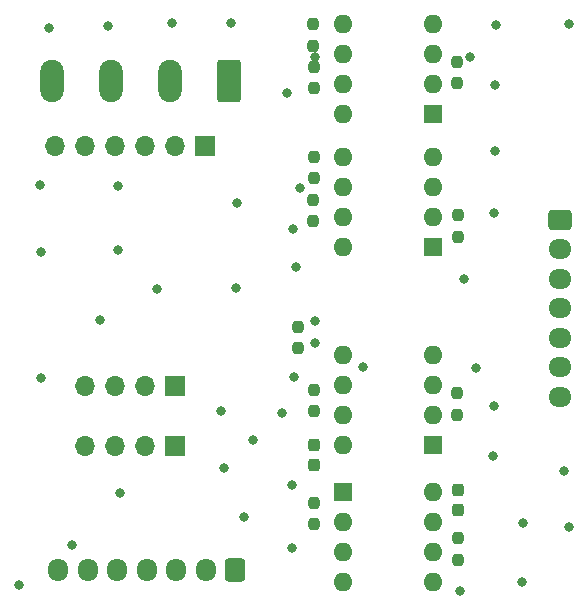
<source format=gbr>
%TF.GenerationSoftware,KiCad,Pcbnew,8.0.3*%
%TF.CreationDate,2024-06-13T16:05:25+05:30*%
%TF.ProjectId,OptoIsolation,4f70746f-4973-46f6-9c61-74696f6e2e6b,rev?*%
%TF.SameCoordinates,Original*%
%TF.FileFunction,Soldermask,Bot*%
%TF.FilePolarity,Negative*%
%FSLAX46Y46*%
G04 Gerber Fmt 4.6, Leading zero omitted, Abs format (unit mm)*
G04 Created by KiCad (PCBNEW 8.0.3) date 2024-06-13 16:05:25*
%MOMM*%
%LPD*%
G01*
G04 APERTURE LIST*
G04 Aperture macros list*
%AMRoundRect*
0 Rectangle with rounded corners*
0 $1 Rounding radius*
0 $2 $3 $4 $5 $6 $7 $8 $9 X,Y pos of 4 corners*
0 Add a 4 corners polygon primitive as box body*
4,1,4,$2,$3,$4,$5,$6,$7,$8,$9,$2,$3,0*
0 Add four circle primitives for the rounded corners*
1,1,$1+$1,$2,$3*
1,1,$1+$1,$4,$5*
1,1,$1+$1,$6,$7*
1,1,$1+$1,$8,$9*
0 Add four rect primitives between the rounded corners*
20,1,$1+$1,$2,$3,$4,$5,0*
20,1,$1+$1,$4,$5,$6,$7,0*
20,1,$1+$1,$6,$7,$8,$9,0*
20,1,$1+$1,$8,$9,$2,$3,0*%
G04 Aperture macros list end*
%ADD10R,1.600000X1.600000*%
%ADD11O,1.600000X1.600000*%
%ADD12RoundRect,0.250000X-0.725000X0.600000X-0.725000X-0.600000X0.725000X-0.600000X0.725000X0.600000X0*%
%ADD13O,1.950000X1.700000*%
%ADD14R,1.700000X1.700000*%
%ADD15O,1.700000X1.700000*%
%ADD16RoundRect,0.250000X0.750000X1.550000X-0.750000X1.550000X-0.750000X-1.550000X0.750000X-1.550000X0*%
%ADD17O,2.000000X3.600000*%
%ADD18RoundRect,0.250000X0.600000X0.725000X-0.600000X0.725000X-0.600000X-0.725000X0.600000X-0.725000X0*%
%ADD19O,1.700000X1.950000*%
%ADD20RoundRect,0.237500X-0.237500X0.250000X-0.237500X-0.250000X0.237500X-0.250000X0.237500X0.250000X0*%
%ADD21RoundRect,0.237500X0.237500X-0.250000X0.237500X0.250000X-0.237500X0.250000X-0.237500X-0.250000X0*%
%ADD22RoundRect,0.237500X0.237500X-0.300000X0.237500X0.300000X-0.237500X0.300000X-0.237500X-0.300000X0*%
%ADD23RoundRect,0.237500X-0.237500X0.300000X-0.237500X-0.300000X0.237500X-0.300000X0.237500X0.300000X0*%
%ADD24C,0.800000*%
G04 APERTURE END LIST*
D10*
%TO.C,U6*%
X197470000Y-80325000D03*
D11*
X197470000Y-77785000D03*
X197470000Y-75245000D03*
X197470000Y-72705000D03*
X189850000Y-72705000D03*
X189850000Y-75245000D03*
X189850000Y-77785000D03*
X189850000Y-80325000D03*
%TD*%
D12*
%TO.C,J2*%
X208225000Y-78000000D03*
D13*
X208225000Y-80500000D03*
X208225000Y-83000000D03*
X208225000Y-85500000D03*
X208225000Y-88000000D03*
X208225000Y-90500000D03*
X208225000Y-93000000D03*
%TD*%
D14*
%TO.C,U7*%
X178130000Y-71805000D03*
D15*
X175590000Y-71805000D03*
X173050000Y-71805000D03*
X170510000Y-71805000D03*
X167970000Y-71805000D03*
X165430000Y-71805000D03*
X167970000Y-92125000D03*
X170510000Y-92125000D03*
X173050000Y-92125000D03*
D14*
X175590000Y-92125000D03*
%TD*%
D16*
%TO.C,J3*%
X180165000Y-66282500D03*
D17*
X175165000Y-66282500D03*
X170165000Y-66282500D03*
X165165000Y-66282500D03*
%TD*%
D10*
%TO.C,U4*%
X197470000Y-69050000D03*
D11*
X197470000Y-66510000D03*
X197470000Y-63970000D03*
X197470000Y-61430000D03*
X189850000Y-61430000D03*
X189850000Y-63970000D03*
X189850000Y-66510000D03*
X189850000Y-69050000D03*
%TD*%
D10*
%TO.C,U8*%
X197470000Y-97124200D03*
D11*
X197470000Y-94584200D03*
X197470000Y-92044200D03*
X197470000Y-89504200D03*
X189850000Y-89504200D03*
X189850000Y-92044200D03*
X189850000Y-94584200D03*
X189850000Y-97124200D03*
%TD*%
D18*
%TO.C,J1*%
X180700000Y-107700000D03*
D19*
X178200000Y-107700000D03*
X175700000Y-107700000D03*
X173200000Y-107700000D03*
X170700000Y-107700000D03*
X168200000Y-107700000D03*
X165700000Y-107700000D03*
%TD*%
D14*
%TO.C,J4*%
X175585000Y-97205000D03*
D15*
X173045000Y-97205000D03*
X170505000Y-97205000D03*
X167965000Y-97205000D03*
%TD*%
D10*
%TO.C,U9*%
X189870000Y-101106600D03*
D11*
X189870000Y-103646600D03*
X189870000Y-106186600D03*
X189870000Y-108726600D03*
X197490000Y-108726600D03*
X197490000Y-106186600D03*
X197490000Y-103646600D03*
X197490000Y-101106600D03*
%TD*%
D20*
%TO.C,R19*%
X187400000Y-101978500D03*
X187400000Y-103803500D03*
%TD*%
%TO.C,R6*%
X199525000Y-64650000D03*
X199525000Y-66475000D03*
%TD*%
%TO.C,R11*%
X187400000Y-65045100D03*
X187400000Y-66870100D03*
%TD*%
D21*
%TO.C,R9*%
X187310400Y-63302000D03*
X187310400Y-61477000D03*
%TD*%
D22*
%TO.C,C11*%
X199550000Y-102620600D03*
X199550000Y-100895600D03*
%TD*%
D20*
%TO.C,R7*%
X186025000Y-87087500D03*
X186025000Y-88912500D03*
%TD*%
D21*
%TO.C,R18*%
X187400000Y-94233100D03*
X187400000Y-92408100D03*
%TD*%
%TO.C,R12*%
X199550000Y-79436000D03*
X199550000Y-77611000D03*
%TD*%
D23*
%TO.C,C10*%
X187400000Y-97067400D03*
X187400000Y-98792400D03*
%TD*%
D20*
%TO.C,R17*%
X199475000Y-92700000D03*
X199475000Y-94525000D03*
%TD*%
D21*
%TO.C,R14*%
X187400000Y-74500000D03*
X187400000Y-72675000D03*
%TD*%
D20*
%TO.C,R16*%
X187300000Y-76312500D03*
X187300000Y-78137500D03*
%TD*%
%TO.C,R20*%
X199550000Y-104986600D03*
X199550000Y-106811600D03*
%TD*%
D24*
X187498300Y-88412500D03*
X191521400Y-90475000D03*
X164300000Y-91425000D03*
X162375000Y-108950000D03*
X185875000Y-81975000D03*
X164175000Y-75050000D03*
X184675000Y-94400000D03*
X175325000Y-61350000D03*
X179750000Y-99025000D03*
X185525000Y-100450000D03*
X180775000Y-83825000D03*
X180325000Y-61350000D03*
X170775000Y-80600000D03*
X185100000Y-67250000D03*
X181475000Y-103175000D03*
X166850000Y-105575000D03*
X169250000Y-86500000D03*
X185550000Y-105800000D03*
X174075000Y-83900000D03*
X164950000Y-61800000D03*
X170800000Y-75150000D03*
X182200000Y-96675000D03*
X180825000Y-76600000D03*
X170925000Y-101125000D03*
X169950000Y-61650000D03*
X185675000Y-91350000D03*
X185625000Y-78775000D03*
X179475000Y-94175000D03*
X164225000Y-80775000D03*
X208550000Y-99300000D03*
X202750000Y-61525000D03*
X199750000Y-109425000D03*
X208925000Y-104025000D03*
X202675000Y-72200000D03*
X208925000Y-61450000D03*
X202600000Y-93800000D03*
X205025000Y-108650000D03*
X205100000Y-103700000D03*
X202625000Y-77475000D03*
X202525000Y-98000000D03*
X202700000Y-66600000D03*
X200600000Y-64275000D03*
X200075000Y-83050000D03*
X187450000Y-86575000D03*
X201125000Y-90550000D03*
X187446400Y-64198600D03*
X186150000Y-75300000D03*
M02*

</source>
